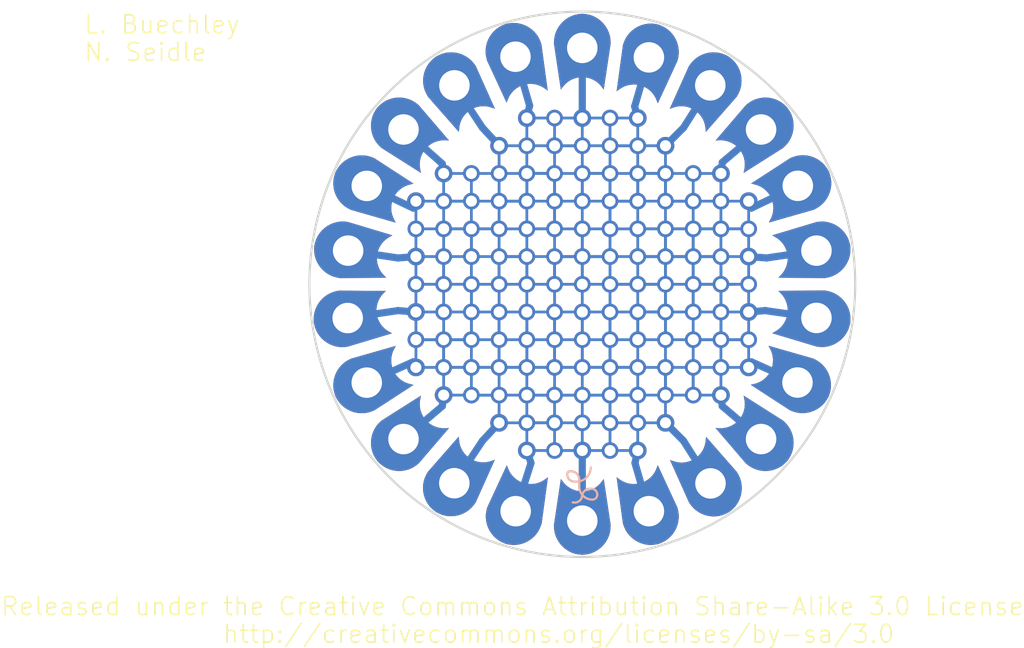
<source format=kicad_pcb>
(kicad_pcb (version 20211014) (generator pcbnew)
  (layers (0 "F.Cu" signal) (31 "B.Cu" signal) (34 "B.Paste" user) (35 "F.Paste" user) (36 "B.SilkS" user "B.Silkscreen") (37 "F.SilkS" user "F.Silkscreen") (38 "B.Mask" user) (39 "F.Mask" user) (44 "Edge.Cuts" user))
  (net 0 "")
  (net 1 "ALLNET")
  (footprint "boardEagle:PETAL-LONG-1-2SIDE" (layer "F.Cu") (at 168.2411 114.0236 155.5)
    (fp_text reference "U$40" hide)
    (fp_text value "SEWTAP9" hide)
  )
  (footprint "boardEagle:1X01NS" (layer "F.Cu") (at 163.7411 107.5436)
    (fp_text reference "JP1" hide)
    (fp_text value "" hide)
  )
  (footprint "boardEagle:1X01NS" (layer "F.Cu") (at 156.1211 92.3036)
    (fp_text reference "JP5" hide)
    (fp_text value "" hide)
  )
  (footprint "boardEagle:PETAL-LONG-1-2SIDE" (layer "F.Cu") (at 142.3911 125.8336 73.7)
    (fp_text reference "U$35" hide)
    (fp_text value "SEWTAP9" hide)
  )
  (footprint "boardEagle:PETAL-LONG-1-2SIDE" (layer "F.Cu") (at 128.7311 114.0336 24.5)
    (fp_text reference "U$42" hide)
    (fp_text value "SEWTAP9" hide)
  )
  (footprint "boardEagle:PETAL-LONG-1-2SIDE" (layer "F.Cu") (at 132.1011 90.7936 -40.9)
    (fp_text reference "U$44" hide)
    (fp_text value "SEWTAP9" hide)
  )
  (footprint "boardEagle:1X01NS" (layer "F.Cu") (at 148.5011 89.7636)
    (fp_text reference "JP7" hide)
    (fp_text value "" hide)
  )
  (footprint "boardEagle:1X01NS" (layer "F.Cu") (at 133.2611 97.3836)
    (fp_text reference "JP11" hide)
    (fp_text value "" hide)
  )
  (footprint "boardEagle:1X01NS" (layer "F.Cu") (at 161.2011 94.8436)
    (fp_text reference "JP4" hide)
    (fp_text value "" hide)
  )
  (footprint "boardEagle:PETAL-LONG-1-2SIDE" (layer "F.Cu") (at 154.6111 125.8336 106.3)
    (fp_text reference "U$37" hide)
    (fp_text value "SEWTAP9" hide)
  )
  (footprint "boardEagle:PETAL-LONG-1-2SIDE" (layer "F.Cu") (at 126.9811 108.1036 8.2)
    (fp_text reference "U$51" hide)
    (fp_text value "SEWTAP9" hide)
  )
  (footprint "boardEagle:PETAL-LONG-1-2SIDE" (layer "F.Cu") (at 127.0211 101.9136 -8.2)
    (fp_text reference "GND0" hide)
    (fp_text value "SEWTAP9" hide)
  )
  (footprint "boardEagle:1X01NS" (layer "F.Cu") (at 133.2611 112.6236)
    (fp_text reference "JP12" hide)
    (fp_text value "" hide)
  )
  (footprint "boardEagle:1X01NS" (layer "F.Cu") (at 163.7411 97.3836)
    (fp_text reference "JP3" hide)
    (fp_text value "" hide)
  )
  (footprint "boardEagle:PETAL-LONG-1-2SIDE" (layer "F.Cu") (at 136.7711 86.7436 -57.3)
    (fp_text reference "U$45" hide)
    (fp_text value "SEWTAP9" hide)
  )
  (footprint "boardEagle:PETAL-LONG-1-2SIDE" (layer "F.Cu") (at 160.2411 86.7436 -122.7)
    (fp_text reference "U$33" hide)
    (fp_text value "SEWTAP9" hide)
  )
  (footprint "boardEagle:1X01NS" (layer "F.Cu") (at 133.2611 102.4636)
    (fp_text reference "JP21" hide)
    (fp_text value "" hide)
  )
  (footprint "boardEagle:PETAL-LONG-1-2SIDE" (layer "F.Cu") (at 132.1011 119.2136 40.9)
    (fp_text reference "U$41" hide)
    (fp_text value "SEWTAP9" hide)
  )
  (footprint "boardEagle:PETAL-LONG-1-2SIDE" (layer "F.Cu") (at 148.5011 126.7036 90)
    (fp_text reference "U$36" hide)
    (fp_text value "SEWTAP9" hide)
  )
  (footprint "boardEagle:PETAL-LONG-1-2SIDE" (layer "F.Cu") (at 154.6111 84.1736 -106.3)
    (fp_text reference "U$34" hide)
    (fp_text value "SEWTAP9" hide)
  )
  (footprint "boardEagle:1X01NS" (layer "F.Cu") (at 140.8811 117.7036)
    (fp_text reference "JP14" hide)
    (fp_text value "" hide)
  )
  (footprint "boardEagle:PETAL-LONG-1-2SIDE" (layer "F.Cu") (at 148.5011 83.3036 -90)
    (fp_text reference "U$47" hide)
    (fp_text value "SEWTAP9" hide)
  )
  (footprint "boardEagle:PETAL-LONG-1-2SIDE" (layer "F.Cu") (at 128.7311 95.9736 -24.5)
    (fp_text reference "U$43" hide)
    (fp_text value "SEWTAP9" hide)
  )
  (footprint "boardEagle:PETAL-LONG-1-2SIDE" (layer "F.Cu") (at 168.2711 95.9636 -155.5)
    (fp_text reference "U$31" hide)
    (fp_text value "SEWTAP9" hide)
  )
  (footprint "boardEagle:1X01NS" (layer "F.Cu") (at 163.7411 102.4636)
    (fp_text reference "JP2" hide)
    (fp_text value "" hide)
  )
  (footprint "boardEagle:PETAL-LONG-1-2SIDE" (layer "F.Cu") (at 169.9811 108.0936 171.8)
    (fp_text reference "U$4" hide)
    (fp_text value "SEWTAP9" hide)
  )
  (footprint "boardEagle:1X01NS" (layer "F.Cu") (at 143.4211 120.2436)
    (fp_text reference "JP15" hide)
    (fp_text value "" hide)
  )
  (footprint "boardEagle:PETAL-LONG-1-2SIDE" (layer "F.Cu") (at 169.9811 101.9136 -171.8)
    (fp_text reference "U$30" hide)
    (fp_text value "SEWTAP9" hide)
  )
  (footprint "boardEagle:PETAL-LONG-1-2SIDE" (layer "F.Cu") (at 142.3711 84.1136 -73.7)
    (fp_text reference "U$46" hide)
    (fp_text value "SEWTAP9" hide)
  )
  (footprint "boardEagle:1X01NS" (layer "F.Cu") (at 148.5011 120.2436)
    (fp_text reference "JP16" hide)
    (fp_text value "" hide)
  )
  (footprint "boardEagle:PETAL-LONG-1-2SIDE" (layer "F.Cu") (at 164.9011 119.2136 139.1)
    (fp_text reference "U$39" hide)
    (fp_text value "SEWTAP9" hide)
  )
  (footprint "boardEagle:1X01NS" (layer "F.Cu") (at 153.5811 89.7636)
    (fp_text reference "JP6" hide)
    (fp_text value "" hide)
  )
  (footprint "boardEagle:1X01NS" (layer "F.Cu") (at 153.5811 120.2436)
    (fp_text reference "JP17" hide)
    (fp_text value "" hide)
  )
  (footprint "boardEagle:1X01NS" (layer "F.Cu") (at 156.1211 117.7036)
    (fp_text reference "JP18" hide)
    (fp_text value "" hide)
  )
  (footprint "boardEagle:1X01NS" (layer "F.Cu") (at 161.2011 115.1636)
    (fp_text reference "JP19" hide)
    (fp_text value "" hide)
  )
  (footprint "boardEagle:PETAL-LONG-1-2SIDE" (layer "F.Cu") (at 160.2611 123.2836 122.7)
    (fp_text reference "U$38" hide)
    (fp_text value "SEWTAP9" hide)
  )
  (footprint "boardEagle:1X01NS" (layer "F.Cu") (at 163.7411 112.6236)
    (fp_text reference "JP20" hide)
    (fp_text value "" hide)
  )
  (footprint "boardEagle:1X01NS" (layer "F.Cu") (at 133.2611 107.5436)
    (fp_text reference "JP22" hide)
    (fp_text value "" hide)
  )
  (footprint "boardEagle:1X01NS" (layer "F.Cu") (at 143.4211 89.7636)
    (fp_text reference "JP8" hide)
    (fp_text value "" hide)
  )
  (footprint "boardEagle:1X01NS" (layer "F.Cu") (at 140.8811 92.3036)
    (fp_text reference "JP9" hide)
    (fp_text value "" hide)
  )
  (footprint "boardEagle:PETAL-LONG-1-2SIDE" (layer "F.Cu") (at 136.7611 123.2636 57.3)
    (fp_text reference "U$48" hide)
    (fp_text value "SEWTAP9" hide)
  )
  (footprint "boardEagle:1X01NS" (layer "F.Cu") (at 135.8011 94.8436)
    (fp_text reference "JP10" hide)
    (fp_text value "" hide)
  )
  (footprint "boardEagle:1X01NS" (layer "F.Cu") (at 135.8011 115.1636)
    (fp_text reference "JP13" hide)
    (fp_text value "" hide)
  )
  (footprint "boardEagle:PETAL-LONG-1-2SIDE" (layer "F.Cu") (at 164.9011 90.7936 -139.1)
    (fp_text reference "U$32" hide)
    (fp_text value "SEWTAP9" hide)
  )
  (footprint "boardEagle:LOGO-L" (layer "B.Cu") (at 148.5011 123.4186 180)
    (fp_text reference "U$2" hide)
    (fp_text value "LOGO-LPL" hide)
  )
  (gr_circle (center 148.5011 105.0036) (end 173.5011 105.0036) (layer "Edge.Cuts") (width 0.2032) (fill none))
  (gr_text "L. Buechley" (at 102.7811 82.1436) (layer "F.SilkS") (effects (font (size 1.63576 1.63576) (thickness 0.14224)) (justify left bottom)))
  (gr_text "N. Seidle" (at 102.7811 84.6836) (layer "F.SilkS") (effects (font (size 1.63576 1.63576) (thickness 0.14224)) (justify left bottom)))
  (gr_text "http://creativecommons.org/licenses/by-sa/3.0" (at 115.4811 138.0236) (layer "F.SilkS") (effects (font (size 1.63576 1.63576) (thickness 0.14224)) (justify left bottom)))
  (gr_text "Released under the Creative Commons Attribution Share-Alike 3.0 License" (at 95.1611 135.4836) (layer "F.SilkS") (effects (font (size 1.63576 1.63576) (thickness 0.14224)) (justify left bottom)))
  (via (at 145.9611 117.7036) (size 1.524) (drill 1.016) (layers "F.Cu" "B.Cu") (net 1))
  (via (at 156.1211 102.4636) (size 1.524) (drill 1.016) (layers "F.Cu" "B.Cu") (net 1))
  (via (at 138.3411 105.0036) (size 1.524) (drill 1.016) (layers "F.Cu" "B.Cu") (net 1))
  (via (at 145.9611 112.6236) (size 1.524) (drill 1.016) (layers "F.Cu" "B.Cu") (net 1))
  (via (at 138.3411 107.5436) (size 1.524) (drill 1.016) (layers "F.Cu" "B.Cu") (net 1))
  (via (at 140.8811 94.8436) (size 1.524) (drill 1.016) (layers "F.Cu" "B.Cu") (net 1))
  (via (at 140.8811 115.1636) (size 1.524) (drill 1.016) (layers "F.Cu" "B.Cu") (net 1))
  (via (at 135.8011 105.0036) (size 1.524) (drill 1.016) (layers "F.Cu" "B.Cu") (net 1))
  (via (at 145.9611 120.2436) (size 1.524) (drill 1.016) (layers "F.Cu" "B.Cu") (net 1))
  (via (at 135.8011 102.4636) (size 1.524) (drill 1.016) (layers "F.Cu" "B.Cu") (net 1))
  (via (at 148.5011 112.6236) (size 1.524) (drill 1.016) (layers "F.Cu" "B.Cu") (net 1))
  (via (at 143.4211 102.4636) (size 1.524) (drill 1.016) (layers "F.Cu" "B.Cu") (net 1))
  (via (at 140.8811 110.0836) (size 1.524) (drill 1.016) (layers "F.Cu" "B.Cu") (net 1))
  (via (at 153.5811 107.5436) (size 1.524) (drill 1.016) (layers "F.Cu" "B.Cu") (net 1))
  (via (at 140.8811 97.3836) (size 1.524) (drill 1.016) (layers "F.Cu" "B.Cu") (net 1))
  (via (at 140.8811 102.4636) (size 1.524) (drill 1.016) (layers "F.Cu" "B.Cu") (net 1))
  (via (at 145.9611 102.4636) (size 1.524) (drill 1.016) (layers "F.Cu" "B.Cu") (net 1))
  (via (at 151.0411 102.4636) (size 1.524) (drill 1.016) (layers "F.Cu" "B.Cu") (net 1))
  (via (at 140.8811 107.5436) (size 1.524) (drill 1.016) (layers "F.Cu" "B.Cu") (net 1))
  (via (at 145.9611 94.8436) (size 1.524) (drill 1.016) (layers "F.Cu" "B.Cu") (net 1))
  (via (at 135.8011 107.5436) (size 1.524) (drill 1.016) (layers "F.Cu" "B.Cu") (net 1))
  (via (at 133.2611 99.9236) (size 1.524) (drill 1.016) (layers "F.Cu" "B.Cu") (net 1))
  (via (at 153.5811 102.4636) (size 1.524) (drill 1.016) (layers "F.Cu" "B.Cu") (net 1))
  (via (at 145.9611 110.0836) (size 1.524) (drill 1.016) (layers "F.Cu" "B.Cu") (net 1))
  (via (at 148.5011 105.0036) (size 1.524) (drill 1.016) (layers "F.Cu" "B.Cu") (net 1))
  (via (at 138.3411 97.3836) (size 1.524) (drill 1.016) (layers "F.Cu" "B.Cu") (net 1))
  (via (at 151.0411 107.5436) (size 1.524) (drill 1.016) (layers "F.Cu" "B.Cu") (net 1))
  (via (at 156.1211 105.0036) (size 1.524) (drill 1.016) (layers "F.Cu" "B.Cu") (net 1))
  (via (at 135.8011 99.9236) (size 1.524) (drill 1.016) (layers "F.Cu" "B.Cu") (net 1))
  (via (at 158.6611 94.8436) (size 1.524) (drill 1.016) (layers "F.Cu" "B.Cu") (net 1))
  (via (at 145.9611 89.7636) (size 1.524) (drill 1.016) (layers "F.Cu" "B.Cu") (net 1))
  (via (at 158.6611 112.6236) (size 1.524) (drill 1.016) (layers "F.Cu" "B.Cu") (net 1))
  (via (at 148.5011 102.4636) (size 1.524) (drill 1.016) (layers "F.Cu" "B.Cu") (net 1))
  (via (at 151.0411 117.7036) (size 1.524) (drill 1.016) (layers "F.Cu" "B.Cu") (net 1))
  (via (at 138.3411 115.1636) (size 1.524) (drill 1.016) (layers "F.Cu" "B.Cu") (net 1))
  (via (at 151.0411 115.1636) (size 1.524) (drill 1.016) (layers "F.Cu" "B.Cu") (net 1))
  (via (at 148.5011 107.5436) (size 1.524) (drill 1.016) (layers "F.Cu" "B.Cu") (net 1))
  (via (at 153.5811 112.6236) (size 1.524) (drill 1.016) (layers "F.Cu" "B.Cu") (net 1))
  (via (at 148.5011 92.3036) (size 1.524) (drill 1.016) (layers "F.Cu" "B.Cu") (net 1))
  (via (at 161.2011 99.9236) (size 1.524) (drill 1.016) (layers "F.Cu" "B.Cu") (net 1))
  (via (at 151.0411 110.0836) (size 1.524) (drill 1.016) (layers "F.Cu" "B.Cu") (net 1))
  (via (at 151.0411 105.0036) (size 1.524) (drill 1.016) (layers "F.Cu" "B.Cu") (net 1))
  (via (at 158.6611 105.0036) (size 1.524) (drill 1.016) (layers "F.Cu" "B.Cu") (net 1))
  (via (at 158.6611 107.5436) (size 1.524) (drill 1.016) (layers "F.Cu" "B.Cu") (net 1))
  (via (at 151.0411 94.8436) (size 1.524) (drill 1.016) (layers "F.Cu" "B.Cu") (net 1))
  (via (at 153.5811 110.0836) (size 1.524) (drill 1.016) (layers "F.Cu" "B.Cu") (net 1))
  (via (at 143.4211 92.3036) (size 1.524) (drill 1.016) (layers "F.Cu" "B.Cu") (net 1))
  (via (at 148.5011 115.1636) (size 1.524) (drill 1.016) (layers "F.Cu" "B.Cu") (net 1))
  (via (at 153.5811 117.7036) (size 1.524) (drill 1.016) (layers "F.Cu" "B.Cu") (net 1))
  (via (at 138.3411 99.9236) (size 1.524) (drill 1.016) (layers "F.Cu" "B.Cu") (net 1))
  (via (at 156.1211 115.1636) (size 1.524) (drill 1.016) (layers "F.Cu" "B.Cu") (net 1))
  (via (at 135.8011 112.6236) (size 1.524) (drill 1.016) (layers "F.Cu" "B.Cu") (net 1))
  (via (at 153.5811 94.8436) (size 1.524) (drill 1.016) (layers "F.Cu" "B.Cu") (net 1))
  (via (at 158.6611 102.4636) (size 1.524) (drill 1.016) (layers "F.Cu" "B.Cu") (net 1))
  (via (at 156.1211 94.8436) (size 1.524) (drill 1.016) (layers "F.Cu" "B.Cu") (net 1))
  (via (at 143.4211 115.1636) (size 1.524) (drill 1.016) (layers "F.Cu" "B.Cu") (net 1))
  (via (at 143.4211 97.3836) (size 1.524) (drill 1.016) (layers "F.Cu" "B.Cu") (net 1))
  (via (at 151.0411 99.9236) (size 1.524) (drill 1.016) (layers "F.Cu" "B.Cu") (net 1))
  (via (at 135.8011 110.0836) (size 1.524) (drill 1.016) (layers "F.Cu" "B.Cu") (net 1))
  (via (at 145.9611 107.5436) (size 1.524) (drill 1.016) (layers "F.Cu" "B.Cu") (net 1))
  (via (at 145.9611 99.9236) (size 1.524) (drill 1.016) (layers "F.Cu" "B.Cu") (net 1))
  (via (at 151.0411 92.3036) (size 1.524) (drill 1.016) (layers "F.Cu" "B.Cu") (net 1))
  (via (at 161.2011 102.4636) (size 1.524) (drill 1.016) (layers "F.Cu" "B.Cu") (net 1))
  (via (at 156.1211 110.0836) (size 1.524) (drill 1.016) (layers "F.Cu" "B.Cu") (net 1))
  (via (at 156.1211 112.6236) (size 1.524) (drill 1.016) (layers "F.Cu" "B.Cu") (net 1))
  (via (at 143.4211 107.5436) (size 1.524) (drill 1.016) (layers "F.Cu" "B.Cu") (net 1))
  (via (at 153.5811 115.1636) (size 1.524) (drill 1.016) (layers "F.Cu" "B.Cu") (net 1))
  (via (at 140.8811 99.9236) (size 1.524) (drill 1.016) (layers "F.Cu" "B.Cu") (net 1))
  (via (at 156.1211 99.9236) (size 1.524) (drill 1.016) (layers "F.Cu" "B.Cu") (net 1))
  (via (at 138.3411 112.6236) (size 1.524) (drill 1.016) (layers "F.Cu" "B.Cu") (net 1))
  (via (at 158.6611 99.9236) (size 1.524) (drill 1.016) (layers "F.Cu" "B.Cu") (net 1))
  (via (at 138.3411 110.0836) (size 1.524) (drill 1.016) (layers "F.Cu" "B.Cu") (net 1))
  (via (at 133.2611 105.0036) (size 1.524) (drill 1.016) (layers "F.Cu" "B.Cu") (net 1))
  (via (at 143.4211 112.6236) (size 1.524) (drill 1.016) (layers "F.Cu" "B.Cu") (net 1))
  (via (at 163.7411 105.0036) (size 1.524) (drill 1.016) (layers "F.Cu" "B.Cu") (net 1))
  (via (at 161.2011 110.0836) (size 1.524) (drill 1.016) (layers "F.Cu" "B.Cu") (net 1))
  (via (at 148.5011 110.0836) (size 1.524) (drill 1.016) (layers "F.Cu" "B.Cu") (net 1))
  (via (at 153.5811 92.3036) (size 1.524) (drill 1.016) (layers "F.Cu" "B.Cu") (net 1))
  (via (at 161.2011 105.0036) (size 1.524) (drill 1.016) (layers "F.Cu" "B.Cu") (net 1))
  (via (at 156.1211 107.5436) (size 1.524) (drill 1.016) (layers "F.Cu" "B.Cu") (net 1))
  (via (at 145.9611 92.3036) (size 1.524) (drill 1.016) (layers "F.Cu" "B.Cu") (net 1))
  (via (at 151.0411 120.2436) (size 1.524) (drill 1.016) (layers "F.Cu" "B.Cu") (net 1))
  (via (at 148.5011 99.9236) (size 1.524) (drill 1.016) (layers "F.Cu" "B.Cu") (net 1))
  (via (at 153.5811 97.3836) (size 1.524) (drill 1.016) (layers "F.Cu" "B.Cu") (net 1))
  (via (at 143.4211 117.7036) (size 1.524) (drill 1.016) (layers "F.Cu" "B.Cu") (net 1))
  (via (at 148.5011 94.8436) (size 1.524) (drill 1.016) (layers "F.Cu" "B.Cu") (net 1))
  (via (at 140.8811 112.6236) (size 1.524) (drill 1.016) (layers "F.Cu" "B.Cu") (net 1))
  (via (at 143.4211 105.0036) (size 1.524) (drill 1.016) (layers "F.Cu" "B.Cu") (net 1))
  (via (at 145.9611 115.1636) (size 1.524) (drill 1.016) (layers "F.Cu" "B.Cu") (net 1))
  (via (at 143.4211 110.0836) (size 1.524) (drill 1.016) (layers "F.Cu" "B.Cu") (net 1))
  (via (at 135.8011 97.3836) (size 1.524) (drill 1.016) (layers "F.Cu" "B.Cu") (net 1))
  (via (at 153.5811 105.0036) (size 1.524) (drill 1.016) (layers "F.Cu" "B.Cu") (net 1))
  (via (at 163.7411 110.0836) (size 1.524) (drill 1.016) (layers "F.Cu" "B.Cu") (net 1))
  (via (at 161.2011 112.6236) (size 1.524) (drill 1.016) (layers "F.Cu" "B.Cu") (net 1))
  (via (at 158.6611 97.3836) (size 1.524) (drill 1.016) (layers "F.Cu" "B.Cu") (net 1))
  (via (at 145.9611 97.3836) (size 1.524) (drill 1.016) (layers "F.Cu" "B.Cu") (net 1))
  (via (at 158.6611 115.1636) (size 1.524) (drill 1.016) (layers "F.Cu" "B.Cu") (net 1))
  (via (at 140.8811 105.0036) (size 1.524) (drill 1.016) (layers "F.Cu" "B.Cu") (net 1))
  (via (at 145.9611 105.0036) (size 1.524) (drill 1.016) (layers "F.Cu" "B.Cu") (net 1))
  (via (at 161.2011 107.5436) (size 1.524) (drill 1.016) (layers "F.Cu" "B.Cu") (net 1))
  (via (at 151.0411 97.3836) (size 1.524) (drill 1.016) (layers "F.Cu" "B.Cu") (net 1))
  (via (at 143.4211 99.9236) (size 1.524) (drill 1.016) (layers "F.Cu" "B.Cu") (net 1))
  (via (at 148.5011 97.3836) (size 1.524) (drill 1.016) (layers "F.Cu" "B.Cu") (net 1))
  (via (at 138.3411 102.4636) (size 1.524) (drill 1.016) (layers "F.Cu" "B.Cu") (net 1))
  (via (at 156.1211 97.3836) (size 1.524) (drill 1.016) (layers "F.Cu" "B.Cu") (net 1))
  (via (at 148.5011 117.7036) (size 1.524) (drill 1.016) (layers "F.Cu" "B.Cu") (net 1))
  (via (at 158.6611 110.0836) (size 1.524) (drill 1.016) (layers "F.Cu" "B.Cu") (net 1))
  (via (at 151.0411 89.7636) (size 1.524) (drill 1.016) (layers "F.Cu" "B.Cu") (net 1))
  (via (at 163.7411 99.9236) (size 1.524) (drill 1.016) (layers "F.Cu" "B.Cu") (net 1))
  (via (at 133.2611 110.0836) (size 1.524) (drill 1.016) (layers "F.Cu" "B.Cu") (net 1))
  (via (at 153.5811 99.9236) (size 1.524) (drill 1.016) (layers "F.Cu" "B.Cu") (net 1))
  (via (at 151.0411 112.6236) (size 1.524) (drill 1.016) (layers "F.Cu" "B.Cu") (net 1))
  (via (at 138.3411 94.8436) (size 1.524) (drill 1.016) (layers "F.Cu" "B.Cu") (net 1))
  (via (at 143.4211 94.8436) (size 1.524) (drill 1.016) (layers "F.Cu" "B.Cu") (net 1))
  (via (at 161.2011 97.3836) (size 1.524) (drill 1.016) (layers "F.Cu" "B.Cu") (net 1))
  (segment (start 145.9611 92.3036) (end 145.9611 89.7636) (width 0.254) (layer "B.Cu") (net 1))
  (segment (start 135.8011 105.0036) (end 135.8011 102.4636) (width 0.254) (layer "B.Cu") (net 1))
  (segment (start 153.5811 115.1636) (end 151.0411 115.1636) (width 0.254) (layer "B.Cu") (net 1))
  (segment (start 156.1211 112.6236) (end 156.1211 110.0836) (width 0.254) (layer "B.Cu") (net 1))
  (segment (start 148.5011 92.3036) (end 148.5011 89.7636) (width 0.254) (layer "B.Cu") (net 1))
  (segment (start 156.1211 102.4636) (end 158.6611 102.4636) (width 0.254) (layer "B.Cu") (net 1))
  (segment (start 153.5811 107.5436) (end 153.5811 105.0036) (width 0.254) (layer "B.Cu") (net 1))
  (segment (start 161.2011 102.4636) (end 161.2011 97.3836) (width 0.254) (layer "B.Cu") (net 1))
  (segment (start 156.1211 102.4636) (end 156.1211 99.9236) (width 0.254) (layer "B.Cu") (net 1))
  (segment (start 156.1211 99.9236) (end 153.5811 99.9236) (width 0.254) (layer "B.Cu") (net 1))
  (segment (start 151.0411 117.7036) (end 151.0411 120.2436) (width 0.254) (layer "B.Cu") (net 1))
  (segment (start 143.4211 102.4636) (end 140.8811 102.4636) (width 0.254) (layer "B.Cu") (net 1))
  (segment (start 145.9611 110.0836) (end 145.9611 107.5436) (width 0.254) (layer "B.Cu") (net 1))
  (segment (start 158.6611 97.3836) (end 161.2011 97.3836) (width 0.254) (layer "B.Cu") (net 1))
  (segment (start 133.2611 107.5436) (end 131.6101 107.4166) (width 0.6604) (layer "B.Cu") (net 1))
  (segment (start 138.3411 110.0836) (end 138.3411 107.5436) (width 0.254) (layer "B.Cu") (net 1))
  (segment (start 156.1211 97.3836) (end 153.5811 97.3836) (width 0.254) (layer "B.Cu") (net 1))
  (segment (start 153.5811 92.3036) (end 151.0411 92.3036) (width 0.254) (layer "B.Cu") (net 1))
  (segment (start 163.7411 105.0036) (end 163.7411 102.4636) (width 0.254) (layer "B.Cu") (net 1))
  (segment (start 161.2011 112.6236) (end 161.2011 115.1636) (width 0.254) (layer "B.Cu") (net 1))
  (segment (start 161.2011 110.0836) (end 161.2011 107.5436) (width 0.254) (layer "B.Cu") (net 1))
  (segment (start 158.6611 110.0836) (end 158.6611 107.5436) (width 0.254) (layer "B.Cu") (net 1))
  (segment (start 145.9611 107.5436) (end 145.9611 105.0036) (width 0.254) (layer "B.Cu") (net 1))
  (segment (start 156.1211 112.6236) (end 156.1211 115.1636) (width 0.254) (layer "B.Cu") (net 1))
  (segment (start 148.5011 112.6236) (end 148.5011 110.0836) (width 0.254) (layer "B.Cu") (net 1))
  (segment (start 158.6611 110.0836) (end 161.2011 110.0836) (width 0.254) (layer "B.Cu") (net 1))
  (segment (start 145.9611 112.6236) (end 143.4211 112.6236) (width 0.254) (layer "B.Cu") (net 1))
  (segment (start 148.5011 97.3836) (end 145.9611 97.3836) (width 0.254) (layer "B.Cu") (net 1))
  (segment (start 133.2611 99.9236) (end 133.2611 97.3836) (width 0.254) (layer "B.Cu") (net 1))
  (segment (start 140.8811 117.7036) (end 140.8811 115.1636) (width 0.254) (layer "B.Cu") (net 1))
  (segment (start 157.7721 90.6526) (end 160.22489 86.768847) (width 0.6604) (layer "B.Cu") (net 1))
  (segment (start 153.5811 110.0836) (end 153.5811 107.5436) (width 0.254) (layer "B.Cu") (net 1))
  (segment (start 138.3411 102.4636) (end 135.8011 102.4636) (width 0.254) (layer "B.Cu") (net 1))
  (segment (start 135.8011 102.4636) (end 135.8011 99.9236) (width 0.254) (layer "B.Cu") (net 1))
  (segment (start 140.8811 99.9236) (end 138.3411 99.9236) (width 0.254) (layer "B.Cu") (net 1))
  (segment (start 140.8811 99.9236) (end 140.8811 97.3836) (width 0.254) (layer "B.Cu") (net 1))
  (segment (start 140.8811 112.6236) (end 138.3411 112.6236) (width 0.254) (layer "B.Cu") (net 1))
  (segment (start 143.8021 121.3866) (end 142.399522 125.804803) (width 0.6604) (layer "B.Cu") (net 1))
  (segment (start 153.5811 120.2436) (end 151.0411 120.2436) (width 0.254) (layer "B.Cu") (net 1))
  (segment (start 140.8811 102.4636) (end 140.8811 99.9236) (width 0.254) (layer "B.Cu") (net 1))
  (segment (start 145.9611 112.6236) (end 143.4211 112.6236) (width 0.254) (layer "B.Cu") (net 1))
  (segment (start 153.5811 97.3836) (end 151.0411 97.3836) (width 0.254) (layer "B.Cu") (net 1))
  (segment (start 153.5811 99.9236) (end 153.5811 97.3836) (width 0.254) (layer "B.Cu") (net 1))
  (segment (start 133.2611 102.4636) (end 131.6101 102.5906) (width 0.6604) (layer "B.Cu") (net 1))
  (segment (start 140.8811 97.3836) (end 138.3411 97.3836) (width 0.254) (layer "B.Cu") (net 1))
  (segment (start 148.5011 89.7636) (end 145.9611 89.7636) (width 0.254) (layer "B.Cu") (net 1))
  (segment (start 161.2011 110.0836) (end 161.2011 107.5436) (width 0.254) (layer "B.Cu") (net 1))
  (segment (start 138.3411 115.1636) (end 135.8011 115.1636) (width 0.254) (layer "B.Cu") (net 1))
  (segment (start 143.4211 94.8436) (end 140.8811 94.8436) (width 0.254) (layer "B.Cu") (net 1))
  (segment (start 151.0411 102.4636) (end 148.5011 102.4636) (width 0.254) (layer "B.Cu") (net 1))
  (segment (start 140.8811 112.6236) (end 140.8811 115.1636) (width 0.254) (layer "B.Cu") (net 1))
  (segment (start 158.6611 107.5436) (end 158.6611 105.0036) (width 0.254) (layer "B.Cu") (net 1))
  (segment (start 135.8011 99.9236) (end 135.8011 97.3836) (width 0.254) (layer "B.Cu") (net 1))
  (segment (start 156.1211 112.6236) (end 158.6611 112.6236) (width 0.254) (layer "B.Cu") (net 1))
  (segment (start 145.9611 117.7036) (end 145.9611 115.1636) (width 0.254) (layer "B.Cu") (net 1))
  (segment (start 153.5811 107.5436) (end 151.0411 107.5436) (width 0.254) (layer "B.Cu") (net 1))
  (segment (start 145.9611 94.8436) (end 145.9611 92.3036) (width 0.254) (layer "B.Cu") (net 1))
  (segment (start 151.0411 112.6236) (end 148.5011 112.6236) (width 0.254) (layer "B.Cu") (net 1))
  (segment (start 138.3411 102.4636) (end 138.3411 99.9236) (width 0.254) (layer "B.Cu") (net 1))
  (segment (start 143.4211 102.4636) (end 143.4211 99.9236) (width 0.254) (layer "B.Cu") (net 1))
  (segment (start 156.1211 99.9236) (end 163.7411 99.9236) (width 0.254) (layer "B.Cu") (net 1))
  (segment (start 148.5011 94.8436) (end 148.5011 92.3036) (width 0.254) (layer "B.Cu") (net 1))
  (segment (start 163.7411 102.4636) (end 163.7411 99.9236) (width 0.254) (layer "B.Cu") (net 1))
  (segment (start 145.9611 102.4636) (end 145.9611 99.9236) (width 0.254) (layer "B.Cu") (net 1))
  (segment (start 140.8811 107.5436) (end 140.8811 105.0036) (width 0.254) (layer "B.Cu") (net 1))
  (segment (start 158.6611 105.0036) (end 161.2011 105.0036) (width 0.254) (layer "B.Cu") (net 1))
  (segment (start 143.4211 97.3836) (end 140.8811 97.3836) (width 0.254) (layer "B.Cu") (net 1))
  (segment (start 151.0411 117.7036) (end 148.5011 117.7036) (width 0.254) (layer "B.Cu") (net 1))
  (segment (start 153.5811 117.7036) (end 153.5811 120.2436) (width 0.254) (layer "B.Cu") (net 1))
  (segment (start 153.5811 99.9236) (end 151.0411 99.9236) (width 0.254) (layer "B.Cu") (net 1))
  (segment (start 153.3271 121.3866) (end 154.602678 125.804803) (width 0.6604) (layer "B.Cu") (net 1))
  (segment (start 156.1211 102.4636) (end 161.2011 102.4636) (width 0.254) (layer "B.Cu") (net 1))
  (segment (start 148.5011 112.6236) (end 148.5011 110.0836) (width 0.254) (layer "B.Cu") (net 1))
  (segment (start 133.2611 112.6236) (end 133.0071 112.1156) (width 0.6604) (layer "B.Cu") (net 1))
  (segment (start 151.0411 102.4636) (end 148.5011 102.4636) (width 0.254) (layer "B.Cu") (net 1))
  (segment (start 138.3411 110.0836) (end 135.8011 110.0836) (width 0.254) (layer "B.Cu") (net 1))
  (segment (start 151.0411 112.6236) (end 151.0411 115.1636) (width 0.254) (layer "B.Cu") (net 1))
  (segment (start 151.0411 102.4636) (end 151.0411 99.9236) (width 0.254) (layer "B.Cu") (net 1))
  (segment (start 139.3571 90.6526) (end 136.78731 86.768847) (width 0.6604) (layer "B.Cu") (net 1))
  (segment (start 140.8811 112.6236) (end 140.8811 110.0836) (width 0.254) (layer "B.Cu") (net 1))
  (segment (start 156.1211 97.3836) (end 156.1211 94.8436) (width 0.254) (layer "B.Cu") (net 1))
  (segment (start 138.3411 107.5436) (end 138.3411 105.0036) (width 0.254) (layer "B.Cu") (net 1))
  (segment (start 163.9951 112.1156) (end 168.2138 114.011156) (width 0.6604) (layer "B.Cu") (net 1))
  (segment (start 161.2011 97.3836) (end 161.2011 94.8436) (width 0.254) (layer "B.Cu") (net 1))
  (segment (start 161.2011 102.4636) (end 163.7411 102.4636) (width 0.254) (layer "B.Cu") (net 1))
  (segment (start 158.6611 112.6236) (end 158.6611 115.1636) (width 0.254) (layer "B.Cu") (net 1))
  (segment (start 143.4211 117.7036) (end 140.8811 117.7036) (width 0.254) (layer "B.Cu") (net 1))
  (segment (start 143.4211 102.4636) (end 140.8811 102.4636) (width 0.254) (layer "B.Cu") (net 1))
  (segment (start 163.7411 107.5436) (end 163.7411 105.0036) (width 0.254) (layer "B.Cu") (net 1))
  (segment (start 143.4211 110.0836) (end 140.8811 110.0836) (width 0.254) (layer "B.Cu") (net 1))
  (segment (start 138.3411 112.6236) (end 138.3411 110.0836) (width 0.254) (layer "B.Cu") (net 1))
  (segment (start 138.3411 99.9236) (end 135.8011 99.9236) (width 0.254) (layer "B.Cu") (net 1))
  (segment (start 156.1211 97.3836) (end 156.1211 94.8436) (width 0.254) (layer "B.Cu") (net 1))
  (segment (start 153.5811 110.0836) (end 151.0411 110.0836) (width 0.254) (layer "B.Cu") (net 1))
  (segment (start 161.2011 112.6236) (end 161.2011 110.0836) (width 0.254) (layer "B.Cu") (net 1))
  (segment (start 156.1211 110.0836) (end 156.1211 107.5436) (width 0.254) (layer "B.Cu") (net 1))
  (segment (start 151.0411 112.6236) (end 151.0411 110.0836) (width 0.254) (layer "B.Cu") (net 1))
  (segment (start 156.1211 112.6236) (end 153.5811 112.6236) (width 0.254) (layer "B.Cu") (net 1))
  (segment (start 161.2011 107.5436) (end 161.2011 102.4636) (width 0.254) (layer "B.Cu") (net 1))
  (segment (start 163.7411 110.0836) (end 163.7411 107.5436) (width 0.254) (layer "B.Cu") (net 1))
  (segment (start 145.9611 97.3836) (end 145.9611 94.8436) (width 0.254) (layer "B.Cu") (net 1))
  (segment (start 138.3411 110.0836) (end 133.2611 110.0836) (width 0.254) (layer "B.Cu") (net 1))
  (segment (start 158.6611 112.6236) (end 158.6611 110.0836) (width 0.254) (layer "B.Cu") (net 1))
  (segment (start 140.8811 105.0036) (end 140.8811 102.4636) (width 0.254) (layer "B.Cu") (net 1))
  (segment (start 163.7411 97.3836) (end 163.9951 98.0186) (width 0.6604) (layer "B.Cu") (net 1))
  (segment (start 156.1211 94.8436) (end 153.5811 94.8436) (width 0.254) (layer "B.Cu") (net 1))
  (segment (start 156.1211 110.0836) (end 158.6611 110.0836) (width 0.254) (layer "B.Cu") (net 1))
  (segment (start 143.4211 107.5436) (end 140.8811 107.5436) (width 0.254) (layer "B.Cu") (net 1))
  (segment (start 140.8811 94.8436) (end 138.3411 94.8436) (width 0.254) (layer "B.Cu") (net 1))
  (segment (start 151.0411 120.2436) (end 148.5011 120.2436) (width 0.254) (layer "B.Cu") (net 1))
  (segment (start 151.0411 92.3036) (end 151.0411 89.7636) (width 0.254) (layer "B.Cu") (net 1))
  (segment (start 133.2611 107.5436) (end 133.2611 105.0036) (width 0.254) (layer "B.Cu") (net 1))
  (segment (start 151.0411 99.9236) (end 151.0411 97.3836) (width 0.254) (layer "B.Cu") (net 1))
  (segment (start 145.9611 102.4636) (end 143.4211 102.4636) (width 0.254) (layer "B.Cu") (net 1))
  (segment (start 140.8811 105.0036) (end 140.8811 102.4636) (width 0.254) (layer "B.Cu") (net 1))
  (segment (start 138.3411 97.3836) (end 135.8011 97.3836) (width 0.254) (layer "B.Cu") (net 1))
  (segment (start 148.5011 110.0836) (end 148.5011 107.5436) (width 0.254) (layer "B.Cu") (net 1))
  (segment (start 138.3411 112.6236) (end 138.3411 115.1636) (width 0.254) (layer "B.Cu") (net 1))
  (segment (start 143.4211 105.0036) (end 143.4211 102.4636) (width 0.254) (layer "B.Cu") (net 1))
  (segment (start 138.3411 112.6236) (end 135.8011 112.6236) (width 0.254) (layer "B.Cu") (net 1))
  (segment (start 145.9611 112.6236) (end 145.9611 110.0836) (width 0.254) (layer "B.Cu") (net 1))
  (segment (start 145.9611 117.7036) (end 143.4211 117.7036) (width 0.254) (layer "B.Cu") (net 1))
  (segment (start 140.8811 117.7036) (end 139.3571 119.3546) (width 0.6604) (layer "B.Cu") (net 1))
  (segment (start 143.4211 94.8436) (end 143.4211 92.3036) (width 0.254) (layer "B.Cu") (net 1))
  (segment (start 143.4211 112.6236) (end 140.8811 112.6236) (width 0.254) (layer "B.Cu") (net 1))
  (segment (start 148.5011 102.4636) (end 148.5011 99.9236) (width 0.254) (layer "B.Cu") (net 1))
  (segment (start 153.5811 89.7636) (end 153.3011 88.7036) (width 0.6604) (layer "B.Cu") (net 1))
  (segment (start 148.5011 99.9236) (end 148.5011 97.3836) (width 0.254) (layer "B.Cu") (net 1))
  (segment (start 140.8811 107.5436) (end 138.3411 107.5436) (width 0.254) (layer "B.Cu") (net 1))
  (segment (start 143.4211 105.0036) (end 143.4211 102.4636) (width 0.254) (layer "B.Cu") (net 1))
  (segment (start 148.5011 102.4636) (end 145.9611 102.4636) (width 0.254) (layer "B.Cu") (net 1))
  (segment (start 148.5011 117.7036) (end 148.5011 120.2436) (width 0.254) (layer "B.Cu") (net 1))
  (segment (start 145.9611 117.7036) (end 145.9611 120.2436) (width 0.254) (layer "B.Cu") (net 1))
  (segment (start 135.8011 99.9236) (end 133.2611 99.9236) (width 0.254) (layer "B.Cu") (net 1))
  (segment (start 156.1211 105.0036) (end 156.1211 102.4636) (width 0.254) (layer "B.Cu") (net 1))
  (segment (start 151.0411 97.3836) (end 151.0411 94.8436) (width 0.254) (layer "B.Cu") (net 1))
  (segment (start 131.6101 102.5906) (end 127.050794 101.917882) (width 0.6604) (layer "B.Cu") (net 1))
  (segment (start 151.0411 112.6236) (end 151.0411 110.0836) (width 0.254) (layer "B.Cu") (net 1))
  (segment (start 156.1211 112.6236) (end 156.1211 115.1636) (width 0.254) (layer "B.Cu") (net 1))
  (segment (start 161.2011 105.0036) (end 162.4711 105.0036) (width 0.254) (layer "B.Cu") (net 1))
  (segment (start 158.6611 94.8436) (end 161.2011 94.8436) (width 0.254) (layer "B.Cu") (net 1))
  (segment (start 156.1211 92.3036) (end 157.7721 90.6526) (width 0.6604) (layer "B.Cu") (net 1))
  (segment (start 161.2011 112.6236) (end 163.7411 112.6236) (width 0.254) (layer "B.Cu") (net 1))
  (segment (start 151.0411 99.9236) (end 151.0411 97.3836) (width 0.254) (layer "B.Cu") (net 1))
  (segment (start 156.1211 102.4636) (end 153.5811 102.4636) (width 0.254) (layer "B.Cu") (net 1))
  (segment (start 148.5011 117.7036) (end 145.9611 117.7036) (width 0.254) (layer "B.Cu") (net 1))
  (segment (start 158.6611 110.0836) (end 161.2011 110.0836) (width 0.254) (layer "B.Cu") (net 1))
  (segment (start 156.1211 99.9236) (end 153.5811 99.9236) (width 0.254) (layer "B.Cu") (net 1))
  (segment (start 143.6751 88.6206) (end 142.379522 84.142397) (width 0.6604) (layer "B.Cu") (net 1))
  (segment (start 148.5011 89.7636) (end 148.5011 83.3336) (width 0.6604) (layer "B.Cu") (net 1))
  (segment (start 135.8011 97.3836) (end 135.8011 94.8436) (width 0.254) (layer "B.Cu") (net 1))
  (segment (start 156.1211 115.1636) (end 156.1211 117.7036) (width 0.254) (layer "B.Cu") (net 1))
  (segment (start 148.5011 112.6236) (end 148.5011 115.1636) (width 0.254) (layer "B.Cu") (net 1))
  (segment (start 151.0411 115.1636) (end 148.5011 115.1636) (width 0.254) (layer "B.Cu") (net 1))
  (segment (start 151.0411 115.1636) (end 151.0411 117.7036) (width 0.254) (layer "B.Cu") (net 1))
  (segment (start 133.0071 112.1156) (end 128.7584 114.021156) (width 0.6604) (layer "B.Cu") (net 1))
  (segment (start 153.5811 105.0036) (end 151.0411 105.0036) (width 0.254) (layer "B.Cu") (net 1))
  (segment (start 140.8811 94.8436) (end 140.8811 92.3036) (width 0.254) (layer "B.Cu") (net 1))
  (segment (start 158.6611 105.0036) (end 158.6611 102.4636) (width 0.254) (layer "B.Cu") (net 1))
  (segment (start 161.2011 110.0836) (end 163.7411 110.0836) (width 0.254) (layer "B.Cu") (net 1))
  (segment (start 145.9611 105.0036) (end 143.4211 105.0036) (width 0.254) (layer "B.Cu") (net 1))
  (segment (start 151.0411 105.0036) (end 151.0411 102.4636) (width 0.254) (layer "B.Cu") (net 1))
  (segment (start 156.1211 105.0036) (end 153.5811 105.0036) (width 0.254) (layer "B.Cu") (net 1))
  (segment (start 158.6611 112.6236) (end 158.6611 115.1636) (width 0.254) (layer "B.Cu") (net 1))
  (segment (start 145.9611 120.2436) (end 143.4211 120.2436) (width 0.254) (layer "B.Cu") (net 1))
  (segment (start 156.1211 94.8436) (end 156.1211 92.3036) (width 0.254) (layer "B.Cu") (net 1))
  (segment (start 156.1211 99.9236) (end 158.6611 99.9236) (width 0.254) (layer "B.Cu") (net 1))
  (segment (start 145.9611 99.9236) (end 145.9611 97.3836) (width 0.254) (layer "B.Cu") (net 1))
  (segment (start 145.9611 99.9236) (end 143.4211 99.9236) (width 0.254) (layer "B.Cu") (net 1))
  (segment (start 135.8011 110.0836) (end 135.8011 107.5436) (width 0.254) (layer "B.Cu") (net 1))
  (segment (start 165.3921 102.5906) (end 169.951406 101.917882) (width 0.6604) (layer "B.Cu") (net 1))
  (segment (start 156.1211 92.3036) (end 153.5811 92.3036) (width 0.254) (layer "B.Cu") (net 1))
  (segment (start 139.3571 119.3546) (end 136.77731 123.238353) (width 0.6604) (layer "B.Cu") (net 1))
  (segment (start 143.4211 112.6236) (end 143.4211 110.0836) (width 0.254) (layer "B.Cu") (net 1))
  (segment (start 158.6611 102.4636) (end 158.6611 99.9236) (width 0.254) (layer "B.Cu") (net 1))
  (segment (start 156.1211 107.5436) (end 156.1211 105.0036) (width 0.254) (layer "B.Cu") (net 1))
  (segment (start 163.7411 107.5436) (end 165.2651 107.4166) (width 0.6604) (layer "B.Cu") (net 1))
  (segment (start 163.7411 112.6236) (end 163.7411 110.0836) (width 0.254) (layer "B.Cu") (net 1))
  (segment (start 145.9611 94.8436) (end 143.4211 94.8436) (width 0.254) (layer "B.Cu") (net 1))
  (segment (start 151.0411 110.0836) (end 151.0411 107.5436) (width 0.254) (layer "B.Cu") (net 1))
  (segment (start 153.5811 115.1636) (end 151.0411 115.1636) (width 0.254) (layer "B.Cu") (net 1))
  (segment (start 148.5011 105.0036) (end 145.9611 105.0036) (width 0.254) (layer "B.Cu") (net 1))
  (segment (start 148.5011 97.3836) (end 148.5011 94.8436) (width 0.254) (layer "B.Cu") (net 1))
  (segment (start 158.6611 112.6236) (end 161.2011 112.6236) (width 0.254) (layer "B.Cu") (net 1))
  (segment (start 138.3411 105.0036) (end 138.3411 102.4636) (width 0.254) (layer "B.Cu") (net 1))
  (segment (start 143.4211 99.9236) (end 140.8811 99.9236) (width 0.254) (layer "B.Cu") (net 1))
  (segment (start 145.9611 99.9236) (end 145.9611 97.3836) (width 0.254) (layer "B.Cu") (net 1))
  (segment (start 158.6611 102.4636) (end 161.2011 102.4636) (width 0.254) (layer "B.Cu") (net 1))
  (segment (start 151.0411 107.5436) (end 151.0411 105.0036) (width 0.254) (layer "B.Cu") (net 1))
  (segment (start 140.8811 115.1636) (end 138.3411 115.1636) (width 0.254) (layer "B.Cu") (net 1))
  (segment (start 153.5811 102.4636) (end 153.5811 99.9236) (width 0.254) (layer "B.Cu") (net 1))
  (segment (start 151.0411 97.3836) (end 148.5011 97.3836) (width 0.254) (layer "B.Cu") (net 1))
  (segment (start 148.5011 120.2436) (end 148.5011 126.6736) (width 0.6604) (layer "B.Cu") (net 1))
  (segment (start 161.3281 116.1796) (end 164.878421 119.193956) (width 0.6604) (layer "B.Cu") (net 1))
  (segment (start 145.9611 117.7036) (end 143.4211 117.7036) (width 0.254) (layer "B.Cu") (net 1))
  (segment (start 153.5811 97.3836) (end 153.5811 94.8436) (width 0.254) (layer "B.Cu") (net 1))
  (segment (start 135.8011 107.5436) (end 135.8011 105.0036) (width 0.254) (layer "B.Cu") (net 1))
  (segment (start 153.5811 112.6236) (end 151.0411 112.6236) (width 0.254) (layer "B.Cu") (net 1))
  (segment (start 133.2611 97.3836) (end 135.8011 97.3836) (width 0.254) (layer "B.Cu") (net 1))
  (segment (start 163.9951 98.0186) (end 168.2438 95.976044) (width 0.6604) (layer "B.Cu") (net 1))
  (segment (start 143.4211 112.6236) (end 143.4211 110.0836) (width 0.254) (layer "B.Cu") (net 1))
  (segment (start 135.8011 105.0036) (end 133.2611 105.0036) (width 0.254) (layer "B.Cu") (net 1))
  (segment (start 138.3411 110.0836) (end 138.3411 107.5436) (width 0.254) (layer "B.Cu") (net 1))
  (segment (start 138.3411 97.3836) (end 138.3411 94.8436) (width 0.254) (layer "B.Cu") (net 1))
  (segment (start 135.8011 94.8436) (end 135.6741 93.9546) (width 0.6604) (layer "B.Cu") (net 1))
  (segment (start 138.3411 107.5436) (end 135.8011 107.5436) (width 0.254) (layer "B.Cu") (net 1))
  (segment (start 143.4211 110.0836) (end 143.4211 107.5436) (width 0.254) (layer "B.Cu") (net 1))
  (segment (start 143.4211 89.7636) (end 143.6751 88.6206) (width 0.6604) (layer "B.Cu") (net 1))
  (segment (start 133.2611 102.4636) (end 133.2611 99.9236) (width 0.254) (layer "B.Cu") (net 1))
  (segment (start 138.3411 99.9236) (end 135.8011 99.9236) (width 0.254) (layer "B.Cu") (net 1))
  (segment (start 145.9611 112.6236) (end 145.9611 110.0836) (width 0.254) (layer "B.Cu") (net 1))
  (segment (start 133.2611 110.0836) (end 133.2611 107.5436) (width 0.254) (layer "B.Cu") (net 1))
  (segment (start 148.5011 110.0836) (end 145.9611 110.0836) (width 0.254) (layer "B.Cu") (net 1))
  (segment (start 145.9611 97.3836) (end 145.9611 94.8436) (width 0.254) (layer "B.Cu") (net 1))
  (segment (start 153.5811 112.6236) (end 153.5811 115.1636) (width 0.254) (layer "B.Cu") (net 1))
  (segment (start 135.8011 115.1636) (end 135.6741 116.1796) (width 0.6604) (layer "B.Cu") (net 1))
  (segment (start 138.3411 107.5436) (end 138.3411 105.0036) (width 0.254) (layer "B.Cu") (net 1))
  (segment (start 145.9611 110.0836) (end 143.4211 110.0836) (width 0.254) (layer "B.Cu") (net 1))
  (segment (start 153.5811 102.4636) (end 151.0411 102.4636) (width 0.254) (layer "B.Cu") (net 1))
  (segment (start 148.5011 112.6236) (end 145.9611 112.6236) (width 0.254) (layer "B.Cu") (net 1))
  (segment (start 143.4211 112.6236) (end 140.8811 112.6236) (width 0.254) (layer "B.Cu") (net 1))
  (segment (start 140.8811 97.3836) (end 140.8811 94.8436) (width 0.254) (layer "B.Cu") (net 1))
  (segment (start 145.9611 89.7636) (end 143.4211 89.7636) (width 0.254) (layer "B.Cu") (net 1))
  (segment (start 161.3281 93.8276) (end 164.878421 90.813244) (width 0.6604) (layer "B.Cu") (net 1))
  (segment (start 135.8011 105.0036) (end 135.8011 102.4636) (width 0.254) (layer "B.Cu") (net 1))
  (segment (start 143.4211 117.7036) (end 143.4211 120.2436) (width 0.254) (layer "B.Cu") (net 1))
  (segment (start 151.0411 110.0836) (end 148.5011 110.0836) (width 0.254) (layer "B.Cu") (net 1))
  (segment (start 153.5811 97.3836) (end 151.0411 97.3836) (width 0.254) (layer "B.Cu") (net 1))
  (segment (start 161.2011 94.8436) (end 161.3281 93.8276) (width 0.6604) (layer "B.Cu") (net 1))
  (segment (start 153.5811 117.7036) (end 151.0411 117.7036) (width 0.254) (layer "B.Cu") (net 1))
  (segment (start 158.6611 97.3836) (end 156.1211 97.3836) (width 0.254) (layer "B.Cu") (net 1))
  (segment (start 148.5011 112.6236) (end 145.9611 112.6236) (width 0.254) (layer "B.Cu") (net 1))
  (segment (start 153.3011 88.7036) (end 154.602678 84.202397) (width 0.6604) (layer "B.Cu") (net 1))
  (segment (start 153.5811 92.3036) (end 153.5811 89.7636) (width 0.254) (layer "B.Cu") (net 1))
  (segment (start 161.2011 107.5436) (end 161.2011 105.0036) (width 0.254) (layer "B.Cu") (net 1))
  (segment (start 153.5811 92.3036) (end 151.0411 92.3036) (width 0.254) (layer "B.Cu") (net 1))
  (segment (start 140.8811 99.9236) (end 138.3411 99.9236) (width 0.254) (layer "B.Cu") (net 1))
  (segment (start 145.9611 120.2436) (end 148.5011 120.2436) (width 0.254) (layer "B.Cu") (net 1))
  (segment (start 145.9611 112.6236) (end 145.9611 115.1636) (width 0.254) (layer "B.Cu") (net 1))
  (segment (start 140.8811 112.6236) (end 138.3411 112.6236) (width 0.254) (layer "B.Cu") (net 1))
  (segment (start 158.6611 105.0036) (end 162.4711 105.0036) (width 0.254) (layer "B.Cu") (net 1))
  (segment (start 135.6741 116.1796) (end 132.123779 119.193956) (width 0.6604) (layer "B.Cu") (net 1))
  (segment (start 158.6611 97.3836) (end 156.1211 97.3836) (width 0.254) (layer "B.Cu") (net 1))
  (segment (start 161.2011 107.5436) (end 163.7411 107.5436) (width 0.254) (layer "B.Cu") (net 1))
  (segment (start 165.2651 107.4166) (end 169.951406 108.089318) (width 0.6604) (layer "B.Cu") (net 1))
  (segment (start 148.5011 115.1636) (end 145.9611 115.1636) (width 0.254) (layer "B.Cu") (net 1))
  (segment (start 148.5011 94.8436) (end 145.9611 94.8436) (width 0.254) (layer "B.Cu") (net 1))
  (segment (start 143.4211 107.5436) (end 143.4211 105.0036) (width 0.254) (layer "B.Cu") (net 1))
  (segment (start 163.7411 99.9236) (end 163.7411 97.3836) (width 0.254) (layer "B.Cu") (net 1))
  (segment (start 151.0411 107.5436) (end 148.5011 107.5436) (width 0.254) (layer "B.Cu") (net 1))
  (segment (start 145.9611 107.5436) (end 143.4211 107.5436) (width 0.254) (layer "B.Cu") (net 1))
  (segment (start 158.6611 115.1636) (end 161.2011 115.1636) (width 0.254) (layer "B.Cu") (net 1))
  (segment (start 151.0411 105.0036) (end 148.5011 105.0036) (width 0.254) (layer "B.Cu") (net 1))
  (segment (start 153.5811 110.0836) (end 153.5811 107.5436) (width 0.254) (layer "B.Cu") (net 1))
  (segment (start 140.8811 102.4636) (end 138.3411 102.4636) (width 0.254) (layer "B.Cu") (net 1))
  (segment (start 156.1211 107.5436) (end 153.5811 107.5436) (width 0.254) (layer "B.Cu") (net 1))
  (segment (start 140.8811 112.6236) (end 140.8811 110.0836) (width 0.254) (layer "B.Cu") (net 1))
  (segment (start 156.1211 117.7036) (end 157.7721 119.3546) (width 0.6604) (layer "B.Cu") (net 1))
  (segment (start 156.1211 107.5436) (end 153.5811 107.5436) (width 0.254) (layer "B.Cu") (net 1))
  (segment (start 138.3411 105.0036) (end 135.8011 105.0036) (width 0.254) (layer "B.Cu") (net 1))
  (segment (start 151.0411 89.7636) (end 148.5011 89.7636) (width 0.254) (layer "B.Cu") (net 1))
  (segment (start 161.2011 102.4636) (end 161.2011 105.0036) (width 0.254) (layer "B.Cu") (net 1))
  (segment (start 133.2611 102.4636) (end 135.8011 102.4636) (width 0.254) (layer "B.Cu") (net 1))
  (segment (start 151.0411 112.6236) (end 148.5011 112.6236) (width 0.254) (layer "B.Cu") (net 1))
  (segment (start 158.6611 99.9236) (end 161.2011 99.9236) (width 0.254) (layer "B.Cu") (net 1))
  (segment (start 145.9611 115.1636) (end 143.4211 115.1636) (width 0.254) (layer "B.Cu") (net 1))
  (segment (start 148.5011 102.4636) (end 148.5011 99.9236) (width 0.254) (layer "B.Cu") (net 1))
  (segment (start 162.4711 105.0036) (end 163.7411 105.0036) (width 0.254) (layer "B.Cu") (net 1))
  (segment (start 133.2611 112.6236) (end 133.2611 110.0836) (width 0.254) (layer "B.Cu") (net 1))
  (segment (start 133.2611 105.0036) (end 133.2611 102.4636) (width 0.254) (layer "B.Cu") (net 1))
  (segment (start 143.4211 112.6236) (end 143.4211 115.1636) (width 0.254) (layer "B.Cu") (net 1))
  (segment (start 151.0411 94.8436) (end 148.5011 94.8436) (width 0.254) (layer "B.Cu") (net 1))
  (segment (start 143.4211 97.3836) (end 143.4211 94.8436) (width 0.254) (layer "B.Cu") (net 1))
  (segment (start 156.1211 117.7036) (end 153.5811 117.7036) (width 0.254) (layer "B.Cu") (net 1))
  (segment (start 143.4211 92.3036) (end 140.8811 92.3036) (width 0.254) (layer "B.Cu") (net 1))
  (segment (start 163.7411 102.4636) (end 165.3921 102.5906) (width 0.6604) (layer "B.Cu") (net 1))
  (segment (start 151.0411 99.9236) (end 148.5011 99.9236) (width 0.254) (layer "B.Cu") (net 1))
  (segment (start 148.5011 110.0836) (end 148.5011 107.5436) (width 0.254) (layer "B.Cu") (net 1))
  (segment (start 140.8811 115.1636) (end 138.3411 115.1636) (width 0.254) (layer "B.Cu") (net 1))
  (segment (start 143.4211 97.3836) (end 143.4211 94.8436) (width 0.254) (layer "B.Cu") (net 1))
  (segment (start 133.0071 98.0186) (end 128.7584 95.986044) (width 0.6604) (layer "B.Cu") (net 1))
  (segment (start 157.7721 119.3546) (end 160.24489 123.258353) (width 0.6604) (layer "B.Cu") (net 1))
  (segment (start 143.4211 97.3836) (end 140.8811 97.3836) (width 0.254) (layer "B.Cu") (net 1))
  (segment (start 145.9611 99.9236) (end 143.4211 99.9236) (width 0.254) (layer "B.Cu") (net 1))
  (segment (start 145.9611 97.3836) (end 143.4211 97.3836) (width 0.254) (layer "B.Cu") (net 1))
  (segment (start 151.0411 92.3036) (end 148.5011 92.3036) (width 0.254) (layer "B.Cu") (net 1))
  (segment (start 161.2011 110.0836) (end 163.7411 110.0836) (width 0.254) (layer "B.Cu") (net 1))
  (segment (start 156.1211 102.4636) (end 156.1211 99.9236) (width 0.254) (layer "B.Cu") (net 1))
  (segment (start 143.4211 115.1636) (end 140.8811 115.1636) (width 0.254) (layer "B.Cu") (net 1))
  (segment (start 138.3411 99.9236) (end 138.3411 97.3836) (width 0.254) (layer "B.Cu") (net 1))
  (segment (start 148.5011 102.4636) (end 145.9611 102.4636) (width 0.254) (layer "B.Cu") (net 1))
  (segment (start 156.1211 102.4636) (end 153.5811 102.4636) (width 0.254) (layer "B.Cu") (net 1))
  (segment (start 145.9611 105.0036) (end 145.9611 102.4636) (width 0.254) (layer "B.Cu") (net 1))
  (segment (start 148.5011 105.0036) (end 148.5011 102.4636) (width 0.254) (layer "B.Cu") (net 1))
  (segment (start 140.8811 110.0836) (end 138.3411 110.0836) (width 0.254) (layer "B.Cu") (net 1))
  (segment (start 153.5811 120.2436) (end 153.3271 121.3866) (width 0.6604) (layer "B.Cu") (net 1))
  (segment (start 163.7411 99.9236) (end 161.2011 99.9236) (width 0.254) (layer "B.Cu") (net 1))
  (segment (start 151.0411 110.0836) (end 151.0411 107.5436) (width 0.254) (layer "B.Cu") (net 1))
  (segment (start 135.8011 110.0836) (end 133.2611 110.0836) (width 0.254) (layer "B.Cu") (net 1))
  (segment (start 153.5811 97.3836) (end 153.5811 94.8436) (width 0.254) (layer "B.Cu") (net 1))
  (segment (start 156.1211 107.5436) (end 158.6611 107.5436) (width 0.254) (layer "B.Cu") (net 1))
  (segment (start 156.1211 94.8436) (end 153.5811 94.8436) (width 0.254) (layer "B.Cu") (net 1))
  (segment (start 145.9611 94.8436) (end 143.4211 94.8436) (width 0.254) (layer "B.Cu") (net 1))
  (segment (start 161.2011 115.1636) (end 161.3281 116.1796) (width 0.6604) (layer "B.Cu") (net 1))
  (segment (start 138.3411 94.8436) (end 135.8011 94.8436) (width 0.254) (layer "B.Cu") (net 1))
  (segment (start 148.5011 107.5436) (end 148.5011 105.0036) (width 0.254) (layer "B.Cu") (net 1))
  (segment (start 156.1211 115.1636) (end 153.5811 115.1636) (width 0.254) (layer "B.Cu") (net 1))
  (segment (start 156.1211 99.9236) (end 156.1211 97.3836) (width 0.254) (layer "B.Cu") (net 1))
  (segment (start 140.8811 92.3036) (end 139.3571 90.6526) (width 0.6604) (layer "B.Cu") (net 1))
  (segment (start 153.5811 105.0036) (end 151.0411 105.0036) (width 0.254) (layer "B.Cu") (net 1))
  (segment (start 133.2611 107.5436) (end 135.8011 107.5436) (width 0.254) (layer "B.Cu") (net 1))
  (segment (start 143.4211 110.0836) (end 143.4211 107.5436) (width 0.254) (layer "B.Cu") (net 1))
  (segment (start 153.5811 94.8436) (end 153.5811 92.3036) (width 0.254) (layer "B.Cu") (net 1))
  (segment (start 153.5811 89.7636) (end 151.0411 89.7636) (width 0.254) (layer "B.Cu") (net 1))
  (segment (start 143.4211 120.2436) (end 143.8021 121.3866) (width 0.6604) (layer "B.Cu") (net 1))
  (segment (start 138.3411 97.3836) (end 135.8011 97.3836) (width 0.254) (layer "B.Cu") (net 1))
  (segment (start 158.6611 107.5436) (end 158.6611 105.0036) (width 0.254) (layer "B.Cu") (net 1))
  (segment (start 151.0411 94.8436) (end 148.5011 94.8436) (width 0.254) (layer "B.Cu") (net 1))
  (segment (start 153.5811 112.6236) (end 153.5811 110.0836) (width 0.254) (layer "B.Cu") (net 1))
  (segment (start 140.8811 110.0836) (end 140.8811 107.5436) (width 0.254) (layer "B.Cu") (net 1))
  (segment (start 156.1211 110.0836) (end 153.5811 110.0836) (width 0.254) (layer "B.Cu") (net 1))
  (segment (start 135.8011 112.6236) (end 135.8011 110.0836) (width 0.254) (layer "B.Cu") (net 1))
  (segment (start 148.5011 97.3836) (end 148.5011 94.8436) (width 0.254) (layer "B.Cu") (net 1))
  (segment (start 145.9611 105.0036) (end 145.9611 102.4636) (width 0.254) (layer "B.Cu") (net 1))
  (segment (start 145.9611 110.0836) (end 145.9611 107.5436) (width 0.254) (layer "B.Cu") (net 1))
  (segment (start 156.1211 107.5436) (end 156.1211 105.0036) (width 0.254) (layer "B.Cu") (net 1))
  (segment (start 143.4211 92.3036) (end 143.4211 89.7636) (width 0.254) (layer "B.Cu") (net 1))
  (segment (start 151.0411 97.3836) (end 151.0411 94.8436) (width 0.254) (layer "B.Cu") (net 1))
  (segment (start 151.0411 115.1636) (end 151.0411 117.7036) (width 0.254) (layer "B.Cu") (net 1))
  (segment (start 158.6611 107.5436) (end 161.2011 107.5436) (width 0.254) (layer "B.Cu") (net 1))
  (segment (start 156.1211 115.1636) (end 158.6611 115.1636) (width 0.254) (layer "B.Cu") (net 1))
  (segment (start 143.4211 99.9236) (end 143.4211 97.3836) (width 0.254) (layer "B.Cu") (net 1))
  (segment (start 151.0411 94.8436) (end 151.0411 92.3036) (width 0.254) (layer "B.Cu") (net 1))
  (segment (start 153.5811 105.0036) (end 153.5811 102.4636) (width 0.254) (layer "B.Cu") (net 1))
  (segment (start 135.8011 112.6236) (end 135.8011 110.0836) (width 0.254) (layer "B.Cu") (net 1))
  (segment (start 163.7411 112.6236) (end 163.9951 112.1156) (width 0.6604) (layer "B.Cu") (net 1))
  (segment (start 135.8011 112.6236) (end 133.2611 112.6236) (width 0.254) (layer "B.Cu") (net 1))
  (segment (start 158.6611 94.8436) (end 156.1211 94.8436) (width 0.254) (layer "B.Cu") (net 1))
  (segment (start 148.5011 92.3036) (end 145.9611 92.3036) (width 0.254) (layer "B.Cu") (net 1))
  (segment (start 131.6101 107.4166) (end 127.010794 108.099318) (width 0.6604) (layer "B.Cu") (net 1))
  (segment (start 161.2011 97.3836) (end 163.7411 97.3836) (width 0.254) (layer "B.Cu") (net 1))
  (segment (start 148.5011 105.0036) (end 148.5011 102.4636) (width 0.254) (layer "B.Cu") (net 1))
  (segment (start 148.5011 99.9236) (end 145.9611 99.9236) (width 0.254) (layer "B.Cu") (net 1))
  (segment (start 143.4211 115.1636) (end 143.4211 117.7036) (width 0.254) (layer "B.Cu") (net 1))
  (segment (start 133.2611 97.3836) (end 133.0071 98.0186) (width 0.6604) (layer "B.Cu") (net 1))
  (segment (start 151.0411 115.1636) (end 148.5011 115.1636) (width 0.254) (layer "B.Cu") (net 1))
  (segment (start 138.3411 112.6236) (end 135.8011 112.6236) (width 0.254) (layer "B.Cu") (net 1))
  (segment (start 135.6741 93.9546) (end 132.123779 90.813244) (width 0.6604) (layer "B.Cu") (net 1))
  (segment (start 153.5811 112.6236) (end 151.0411 112.6236) (width 0.254) (layer "B.Cu") (net 1))
  (segment (start 138.3411 102.4636) (end 138.3411 99.9236) (width 0.254) (layer "B.Cu") (net 1))
  (segment (start 148.5011 115.1636) (end 148.5011 117.7036) (width 0.254) (layer "B.Cu") (net 1))
  (segment (start 158.6611 97.3836) (end 158.6611 94.8436) (width 0.254) (layer "B.Cu") (net 1))
  (segment (start 145.9611 92.3036) (end 143.4211 92.3036) (width 0.254) (layer "B.Cu") (net 1))
  (segment (start 140.8811 110.0836) (end 140.8811 107.5436) (width 0.254) (layer "B.Cu") (net 1))
  (segment (start 156.1211 105.0036) (end 156.1211 102.4636) (width 0.254) (layer "B.Cu") (net 1))
  (segment (start 156.1211 105.0036) (end 153.5811 105.0036) (width 0.254) (layer "B.Cu") (net 1))
  (segment (start 153.5811 115.1636) (end 153.5811 117.7036) (width 0.254) (layer "B.Cu") (net 1))
  (segment (start 145.9611 115.1636) (end 143.4211 115.1636) (width 0.254) (layer "B.Cu") (net 1))
  (segment (start 153.5811 94.8436) (end 151.0411 94.8436) (width 0.254) (layer "B.Cu") (net 1))
  (segment (start 148.5011 115.1636) (end 145.9611 115.1636) (width 0.254) (layer "B.Cu") (net 1))
  (segment (start 156.1211 110.0836) (end 156.1211 107.5436) (width 0.254) (layer "B.Cu") (net 1))
  (segment (start 140.8811 105.0036) (end 138.3411 105.0036) (width 0.254) (layer "B.Cu") (net 1))
  (segment (start 148.5011 107.5436) (end 145.9611 107.5436) (width 0.254) (layer "B.Cu") (net 1))
  (segment (start 156.1211 105.0036) (end 158.6611 105.0036) (width 0.254) (layer "B.Cu") (net 1))
  (segment (start 143.4211 105.0036) (end 140.8811 105.0036) (width 0.254) (layer "B.Cu") (net 1))
  (segment (start 158.6611 105.0036) (end 158.6611 97.3836) (width 0.254) (layer "B.Cu") (net 1))
  (segment (start 148.5011 92.3036) (end 145.9611 92.3036) (width 0.254) (layer "B.Cu") (net 1))
  (segment (start 135.8011 112.6236) (end 135.8011 115.1636) (width 0.254) (layer "B.Cu") (net 1))
)
</source>
